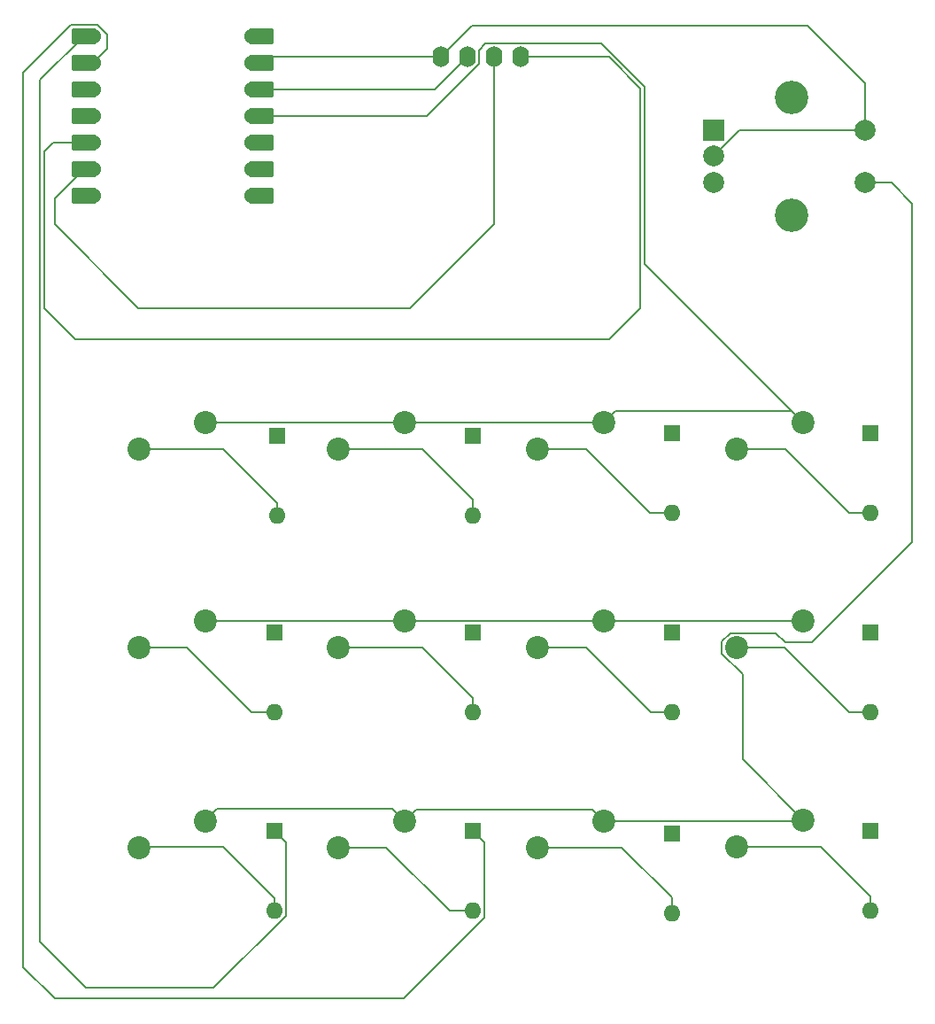
<source format=gbr>
%TF.GenerationSoftware,KiCad,Pcbnew,8.0.8*%
%TF.CreationDate,2025-02-20T19:12:18+01:00*%
%TF.ProjectId,lakypad,6c616b79-7061-4642-9e6b-696361645f70,rev?*%
%TF.SameCoordinates,Original*%
%TF.FileFunction,Copper,L1,Top*%
%TF.FilePolarity,Positive*%
%FSLAX46Y46*%
G04 Gerber Fmt 4.6, Leading zero omitted, Abs format (unit mm)*
G04 Created by KiCad (PCBNEW 8.0.8) date 2025-02-20 19:12:18*
%MOMM*%
%LPD*%
G01*
G04 APERTURE LIST*
G04 Aperture macros list*
%AMRoundRect*
0 Rectangle with rounded corners*
0 $1 Rounding radius*
0 $2 $3 $4 $5 $6 $7 $8 $9 X,Y pos of 4 corners*
0 Add a 4 corners polygon primitive as box body*
4,1,4,$2,$3,$4,$5,$6,$7,$8,$9,$2,$3,0*
0 Add four circle primitives for the rounded corners*
1,1,$1+$1,$2,$3*
1,1,$1+$1,$4,$5*
1,1,$1+$1,$6,$7*
1,1,$1+$1,$8,$9*
0 Add four rect primitives between the rounded corners*
20,1,$1+$1,$2,$3,$4,$5,0*
20,1,$1+$1,$4,$5,$6,$7,0*
20,1,$1+$1,$6,$7,$8,$9,0*
20,1,$1+$1,$8,$9,$2,$3,0*%
G04 Aperture macros list end*
%TA.AperFunction,ComponentPad*%
%ADD10R,2.000000X2.000000*%
%TD*%
%TA.AperFunction,ComponentPad*%
%ADD11C,2.000000*%
%TD*%
%TA.AperFunction,ComponentPad*%
%ADD12C,3.200000*%
%TD*%
%TA.AperFunction,ComponentPad*%
%ADD13C,2.200000*%
%TD*%
%TA.AperFunction,ComponentPad*%
%ADD14R,1.600000X1.600000*%
%TD*%
%TA.AperFunction,ComponentPad*%
%ADD15O,1.600000X1.600000*%
%TD*%
%TA.AperFunction,ComponentPad*%
%ADD16O,1.600000X2.000000*%
%TD*%
%TA.AperFunction,SMDPad,CuDef*%
%ADD17RoundRect,0.152400X1.063600X0.609600X-1.063600X0.609600X-1.063600X-0.609600X1.063600X-0.609600X0*%
%TD*%
%TA.AperFunction,ComponentPad*%
%ADD18C,1.524000*%
%TD*%
%TA.AperFunction,SMDPad,CuDef*%
%ADD19RoundRect,0.152400X-1.063600X-0.609600X1.063600X-0.609600X1.063600X0.609600X-1.063600X0.609600X0*%
%TD*%
%TA.AperFunction,Conductor*%
%ADD20C,0.200000*%
%TD*%
G04 APERTURE END LIST*
D10*
%TO.P,SW13,A,A*%
%TO.N,Net-(U1-GPIO2{slash}SCK)*%
X167000000Y-32000000D03*
D11*
%TO.P,SW13,B,B*%
%TO.N,Net-(U1-GPIO1{slash}RX)*%
X167000000Y-37000000D03*
%TO.P,SW13,C,C*%
%TO.N,GND*%
X167000000Y-34500000D03*
D12*
%TO.P,SW13,MP*%
%TO.N,N/C*%
X174500000Y-28900000D03*
X174500000Y-40100000D03*
D11*
%TO.P,SW13,S1,S1*%
%TO.N,/Col 3*%
X181500000Y-37000000D03*
%TO.P,SW13,S2,S2*%
%TO.N,GND*%
X181500000Y-32000000D03*
%TD*%
D13*
%TO.P,SW12,1,1*%
%TO.N,/Col 3*%
X156540000Y-98020000D03*
%TO.P,SW12,2,2*%
%TO.N,Net-(D12-A)*%
X150190000Y-100560000D03*
%TD*%
%TO.P,SW11,1,1*%
%TO.N,/Col 3*%
X175540000Y-97920000D03*
%TO.P,SW11,2,2*%
%TO.N,Net-(D11-A)*%
X169190000Y-100460000D03*
%TD*%
%TO.P,SW10,1,1*%
%TO.N,Net-(U1-GPIO4{slash}MISO)*%
X156540000Y-78920000D03*
%TO.P,SW10,2,2*%
%TO.N,Net-(D10-A)*%
X150190000Y-81460000D03*
%TD*%
%TO.P,SW9,1,1*%
%TO.N,Net-(U1-GPIO4{slash}MISO)*%
X175540000Y-78920000D03*
%TO.P,SW9,2,2*%
%TO.N,Net-(D9-A)*%
X169190000Y-81460000D03*
%TD*%
%TO.P,SW8,1,1*%
%TO.N,/Col 1*%
X156540000Y-59920000D03*
%TO.P,SW8,2,2*%
%TO.N,Net-(D8-A)*%
X150190000Y-62460000D03*
%TD*%
%TO.P,SW7,1,1*%
%TO.N,/Col 1*%
X175540000Y-59920000D03*
%TO.P,SW7,2,2*%
%TO.N,Net-(D7-A)*%
X169190000Y-62460000D03*
%TD*%
%TO.P,SW6,1,1*%
%TO.N,/Col 3*%
X137460000Y-98020000D03*
%TO.P,SW6,2,2*%
%TO.N,Net-(D6-A)*%
X131110000Y-100560000D03*
%TD*%
%TO.P,SW5,1,1*%
%TO.N,Net-(U1-GPIO4{slash}MISO)*%
X137460000Y-78920000D03*
%TO.P,SW5,2,2*%
%TO.N,Net-(D5-A)*%
X131110000Y-81460000D03*
%TD*%
%TO.P,SW4,1,1*%
%TO.N,/Col 1*%
X137440000Y-59920000D03*
%TO.P,SW4,2,2*%
%TO.N,Net-(D4-A)*%
X131090000Y-62460000D03*
%TD*%
%TO.P,SW3,1,1*%
%TO.N,/Col 3*%
X118390000Y-98020000D03*
%TO.P,SW3,2,2*%
%TO.N,Net-(D3-A)*%
X112040000Y-100560000D03*
%TD*%
%TO.P,SW2,1,1*%
%TO.N,Net-(U1-GPIO4{slash}MISO)*%
X118390000Y-78920000D03*
%TO.P,SW2,2,2*%
%TO.N,Net-(D2-A)*%
X112040000Y-81460000D03*
%TD*%
%TO.P,SW1,1,1*%
%TO.N,/Col 1*%
X118410000Y-59920000D03*
%TO.P,SW1,2,2*%
%TO.N,Net-(D1-A)*%
X112060000Y-62460000D03*
%TD*%
D14*
%TO.P,D7,1,K*%
%TO.N,Net-(D11-K)*%
X182000000Y-61000000D03*
D15*
%TO.P,D7,2,A*%
%TO.N,Net-(D7-A)*%
X182000000Y-68620000D03*
%TD*%
D14*
%TO.P,D11,1,K*%
%TO.N,Net-(D11-K)*%
X182000000Y-99000000D03*
D15*
%TO.P,D11,2,A*%
%TO.N,Net-(D11-A)*%
X182000000Y-106620000D03*
%TD*%
D14*
%TO.P,D4,1,K*%
%TO.N,/Row 2*%
X144000000Y-61190000D03*
D15*
%TO.P,D4,2,A*%
%TO.N,Net-(D4-A)*%
X144000000Y-68810000D03*
%TD*%
D14*
%TO.P,D8,1,K*%
%TO.N,/Row 3*%
X163000000Y-61000000D03*
D15*
%TO.P,D8,2,A*%
%TO.N,Net-(D8-A)*%
X163000000Y-68620000D03*
%TD*%
D14*
%TO.P,D5,1,K*%
%TO.N,/Row 2*%
X144000000Y-80000000D03*
D15*
%TO.P,D5,2,A*%
%TO.N,Net-(D5-A)*%
X144000000Y-87620000D03*
%TD*%
D14*
%TO.P,D6,1,K*%
%TO.N,/Row 2*%
X144000000Y-99000000D03*
D15*
%TO.P,D6,2,A*%
%TO.N,Net-(D6-A)*%
X144000000Y-106620000D03*
%TD*%
D14*
%TO.P,D1,1,K*%
%TO.N,/Row 1*%
X125282500Y-61231250D03*
D15*
%TO.P,D1,2,A*%
%TO.N,Net-(D1-A)*%
X125282500Y-68851250D03*
%TD*%
D14*
%TO.P,D12,1,K*%
%TO.N,/Row 3*%
X163000000Y-99231250D03*
D15*
%TO.P,D12,2,A*%
%TO.N,Net-(D12-A)*%
X163000000Y-106851250D03*
%TD*%
D14*
%TO.P,D3,1,K*%
%TO.N,/Row 1*%
X125000000Y-99000000D03*
D15*
%TO.P,D3,2,A*%
%TO.N,Net-(D3-A)*%
X125000000Y-106620000D03*
%TD*%
D14*
%TO.P,D2,1,K*%
%TO.N,/Row 1*%
X125000000Y-80000000D03*
D15*
%TO.P,D2,2,A*%
%TO.N,Net-(D2-A)*%
X125000000Y-87620000D03*
%TD*%
D14*
%TO.P,D10,1,K*%
%TO.N,/Row 3*%
X163000000Y-80000000D03*
D15*
%TO.P,D10,2,A*%
%TO.N,Net-(D10-A)*%
X163000000Y-87620000D03*
%TD*%
D14*
%TO.P,D9,1,K*%
%TO.N,Net-(D11-K)*%
X182000000Y-80000000D03*
D15*
%TO.P,D9,2,A*%
%TO.N,Net-(D9-A)*%
X182000000Y-87620000D03*
%TD*%
D16*
%TO.P,Brd1,4,SDA*%
%TO.N,Net-(Brd1-SDA)*%
X148540000Y-25000000D03*
%TO.P,Brd1,3,SCL*%
%TO.N,Net-(Brd1-SCL)*%
X146000000Y-25000000D03*
%TO.P,Brd1,2,VCC*%
%TO.N,+3.3V*%
X143460000Y-25000000D03*
%TO.P,Brd1,1,GND*%
%TO.N,GND*%
X140920000Y-25000000D03*
%TD*%
D17*
%TO.P,U1,1,GPIO26/ADC0/A0*%
%TO.N,/Row 1*%
X106800000Y-23000000D03*
D18*
X107635000Y-23000000D03*
D17*
%TO.P,U1,2,GPIO27/ADC1/A1*%
%TO.N,/Row 2*%
X106800000Y-25540000D03*
D18*
X107635000Y-25540000D03*
D17*
%TO.P,U1,3,GPIO28/ADC2/A2*%
%TO.N,/Row 3*%
X106800000Y-28080000D03*
D18*
X107635000Y-28080000D03*
D17*
%TO.P,U1,4,GPIO29/ADC3/A3*%
%TO.N,Net-(D11-K)*%
X106800000Y-30620000D03*
D18*
X107635000Y-30620000D03*
D17*
%TO.P,U1,5,GPIO6/SDA*%
%TO.N,Net-(Brd1-SDA)*%
X106800000Y-33160000D03*
D18*
X107635000Y-33160000D03*
D17*
%TO.P,U1,6,GPIO7/SCL*%
%TO.N,Net-(Brd1-SCL)*%
X106800000Y-35700000D03*
D18*
X107635000Y-35700000D03*
D17*
%TO.P,U1,7,GPIO0/TX*%
%TO.N,/Col 3*%
X106800000Y-38240000D03*
D18*
X107635000Y-38240000D03*
%TO.P,U1,8,GPIO1/RX*%
%TO.N,Net-(U1-GPIO1{slash}RX)*%
X122875000Y-38240000D03*
D19*
X123710000Y-38240000D03*
D18*
%TO.P,U1,9,GPIO2/SCK*%
%TO.N,Net-(U1-GPIO2{slash}SCK)*%
X122875000Y-35700000D03*
D19*
X123710000Y-35700000D03*
D18*
%TO.P,U1,10,GPIO4/MISO*%
%TO.N,Net-(U1-GPIO4{slash}MISO)*%
X122875000Y-33160000D03*
D19*
X123710000Y-33160000D03*
D18*
%TO.P,U1,11,GPIO3/MOSI*%
%TO.N,/Col 1*%
X122875000Y-30620000D03*
D19*
X123710000Y-30620000D03*
D18*
%TO.P,U1,12,3V3*%
%TO.N,+3.3V*%
X122875000Y-28080000D03*
D19*
X123710000Y-28080000D03*
D18*
%TO.P,U1,13,GND*%
%TO.N,GND*%
X122875000Y-25540000D03*
D19*
X123710000Y-25540000D03*
D18*
%TO.P,U1,14,VBUS*%
%TO.N,+5V*%
X122875000Y-23000000D03*
D19*
X123710000Y-23000000D03*
%TD*%
D20*
%TO.N,+3.3V*%
X143460000Y-25000000D02*
X140380000Y-28080000D01*
X140380000Y-28080000D02*
X123710000Y-28080000D01*
%TO.N,GND*%
X140920000Y-25000000D02*
X124250000Y-25000000D01*
X176000000Y-22000000D02*
X143920000Y-22000000D01*
X124250000Y-25000000D02*
X123710000Y-25540000D01*
X167000000Y-34500000D02*
X169500000Y-32000000D01*
X169500000Y-32000000D02*
X181500000Y-32000000D01*
X181500000Y-27500000D02*
X176000000Y-22000000D01*
X143920000Y-22000000D02*
X140920000Y-25000000D01*
X181500000Y-32000000D02*
X181500000Y-27500000D01*
%TO.N,Net-(Brd1-SDA)*%
X157000000Y-25000000D02*
X160000000Y-28000000D01*
X160000000Y-49000000D02*
X157000000Y-52000000D01*
X160000000Y-28000000D02*
X160000000Y-49000000D01*
X157000000Y-52000000D02*
X106000000Y-52000000D01*
X148540000Y-25000000D02*
X157000000Y-25000000D01*
X103000000Y-49000000D02*
X103000000Y-34000000D01*
X103840000Y-33160000D02*
X106800000Y-33160000D01*
X103000000Y-34000000D02*
X103840000Y-33160000D01*
X106000000Y-52000000D02*
X103000000Y-49000000D01*
%TO.N,/Row 1*%
X126100000Y-107075635D02*
X119175635Y-114000000D01*
X102600000Y-27200000D02*
X106800000Y-23000000D01*
X102600000Y-109600000D02*
X102600000Y-27200000D01*
X107000000Y-114000000D02*
X102600000Y-109600000D01*
X119175635Y-114000000D02*
X107000000Y-114000000D01*
X125000000Y-99000000D02*
X126100000Y-100100000D01*
X126100000Y-100100000D02*
X126100000Y-107075635D01*
%TO.N,Net-(D1-A)*%
X125282500Y-67635444D02*
X125282500Y-68851250D01*
X120107056Y-62460000D02*
X125282500Y-67635444D01*
X112060000Y-62460000D02*
X120107056Y-62460000D01*
%TO.N,Net-(D2-A)*%
X122793402Y-87620000D02*
X125000000Y-87620000D01*
X112040000Y-81460000D02*
X116633402Y-81460000D01*
X116633402Y-81460000D02*
X122793402Y-87620000D01*
%TO.N,Net-(D3-A)*%
X120087056Y-100460000D02*
X125000000Y-105372944D01*
X112040000Y-100460000D02*
X120087056Y-100460000D01*
X125000000Y-105372944D02*
X125000000Y-106620000D01*
%TO.N,/Row 2*%
X101000000Y-26482786D02*
X105544786Y-21938000D01*
X108074895Y-21938000D02*
X109000000Y-22863105D01*
X104000000Y-115000000D02*
X101000000Y-112000000D01*
X109000000Y-24175000D02*
X107635000Y-25540000D01*
X144000000Y-99000000D02*
X145100000Y-100100000D01*
X145100000Y-100100000D02*
X145100000Y-107300000D01*
X109000000Y-22863105D02*
X109000000Y-24175000D01*
X145100000Y-107300000D02*
X137400000Y-115000000D01*
X105544786Y-21938000D02*
X108074895Y-21938000D01*
X137400000Y-115000000D02*
X104000000Y-115000000D01*
X101000000Y-112000000D02*
X101000000Y-26482786D01*
%TO.N,Net-(D4-A)*%
X131090000Y-62460000D02*
X139137056Y-62460000D01*
X139137056Y-62460000D02*
X144000000Y-67322944D01*
X144000000Y-67322944D02*
X144000000Y-68810000D01*
%TO.N,Net-(D5-A)*%
X144000000Y-86302944D02*
X144000000Y-87620000D01*
X139157056Y-81460000D02*
X144000000Y-86302944D01*
X131110000Y-81460000D02*
X139157056Y-81460000D01*
%TO.N,Net-(D6-A)*%
X135703402Y-100560000D02*
X141763402Y-106620000D01*
X141763402Y-106620000D02*
X144000000Y-106620000D01*
X131110000Y-100560000D02*
X135703402Y-100560000D01*
%TO.N,Net-(D7-A)*%
X173842944Y-62460000D02*
X180002944Y-68620000D01*
X169190000Y-62460000D02*
X173842944Y-62460000D01*
X180002944Y-68620000D02*
X182000000Y-68620000D01*
%TO.N,Net-(D8-A)*%
X160943402Y-68620000D02*
X163000000Y-68620000D01*
X150190000Y-62460000D02*
X154783402Y-62460000D01*
X154783402Y-62460000D02*
X160943402Y-68620000D01*
%TO.N,Net-(D9-A)*%
X169190000Y-81460000D02*
X173783402Y-81460000D01*
X179943402Y-87620000D02*
X182000000Y-87620000D01*
X173783402Y-81460000D02*
X179943402Y-87620000D01*
%TO.N,Net-(D10-A)*%
X154842944Y-81460000D02*
X161002944Y-87620000D01*
X150190000Y-81460000D02*
X154842944Y-81460000D01*
X161002944Y-87620000D02*
X163000000Y-87620000D01*
%TO.N,Net-(D11-A)*%
X177237056Y-100460000D02*
X182000000Y-105222944D01*
X182000000Y-105222944D02*
X182000000Y-106620000D01*
X169190000Y-100460000D02*
X177237056Y-100460000D01*
%TO.N,Net-(D12-A)*%
X163000000Y-105322944D02*
X163000000Y-106851250D01*
X158237056Y-100560000D02*
X163000000Y-105322944D01*
X150190000Y-100560000D02*
X158237056Y-100560000D01*
%TO.N,/Col 1*%
X160400000Y-27834314D02*
X156265686Y-23700000D01*
X144560000Y-24344365D02*
X144560000Y-25655635D01*
X174440001Y-58820001D02*
X175540000Y-59920000D01*
X145204365Y-23700000D02*
X144560000Y-24344365D01*
X139595635Y-30620000D02*
X123710000Y-30620000D01*
X156540000Y-59920000D02*
X157639999Y-58820001D01*
X137440000Y-59920000D02*
X156540000Y-59920000D01*
X156265686Y-23700000D02*
X145204365Y-23700000D01*
X118410000Y-59920000D02*
X137440000Y-59920000D01*
X175540000Y-59920000D02*
X160400000Y-44780000D01*
X157639999Y-58820001D02*
X174440001Y-58820001D01*
X144560000Y-25655635D02*
X139595635Y-30620000D01*
X160400000Y-44780000D02*
X160400000Y-27834314D01*
%TO.N,Net-(U1-GPIO4{slash}MISO)*%
X118410000Y-78900000D02*
X175520000Y-78900000D01*
X118390000Y-78920000D02*
X118410000Y-78900000D01*
X175520000Y-78900000D02*
X175540000Y-78920000D01*
%TO.N,/Col 3*%
X186000000Y-71400000D02*
X186000000Y-39000000D01*
X119489999Y-96820001D02*
X136260001Y-96820001D01*
X169769899Y-84019798D02*
X167790000Y-82039899D01*
X168610101Y-80060000D02*
X172949088Y-80060000D01*
X175440000Y-98020000D02*
X175540000Y-97920000D01*
X184000000Y-37000000D02*
X181500000Y-37000000D01*
X173844544Y-80955456D02*
X176444544Y-80955456D01*
X172949088Y-80060000D02*
X173844544Y-80955456D01*
X175540000Y-97920000D02*
X169769899Y-92149899D01*
X136260001Y-96820001D02*
X137460000Y-98020000D01*
X186000000Y-39000000D02*
X184000000Y-37000000D01*
X169769899Y-92149899D02*
X169769899Y-84019798D01*
X156540000Y-98020000D02*
X175440000Y-98020000D01*
X137460000Y-98020000D02*
X138559999Y-96920001D01*
X167790000Y-80880101D02*
X168610101Y-80060000D01*
X167790000Y-82039899D02*
X167790000Y-80880101D01*
X155440001Y-96920001D02*
X156540000Y-98020000D01*
X138559999Y-96920001D02*
X155440001Y-96920001D01*
X118390000Y-97920000D02*
X119489999Y-96820001D01*
X176444544Y-80955456D02*
X186000000Y-71400000D01*
%TO.N,Net-(Brd1-SCL)*%
X104000000Y-41000000D02*
X104000000Y-38500000D01*
X112000000Y-49000000D02*
X104000000Y-41000000D01*
X138000000Y-49000000D02*
X112000000Y-49000000D01*
X146000000Y-41000000D02*
X138000000Y-49000000D01*
X146000000Y-25000000D02*
X146000000Y-41000000D01*
X104000000Y-38500000D02*
X106800000Y-35700000D01*
%TD*%
M02*

</source>
